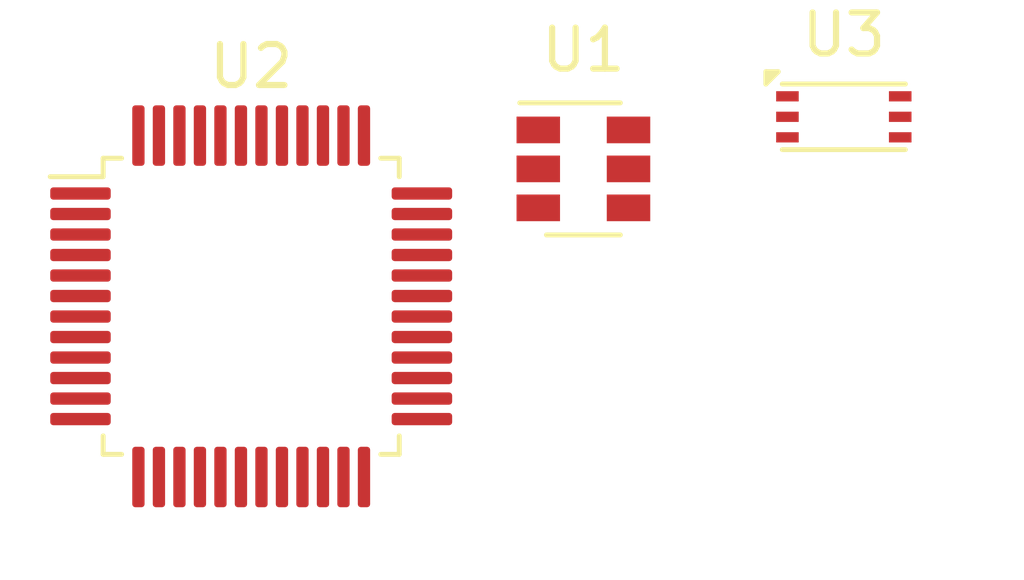
<source format=kicad_pcb>
(kicad_pcb (version 20171130) (host pcbnew "(5.1.7)-1")

  (general
    (thickness 1.6)
    (drawings 0)
    (tracks 0)
    (zones 0)
    (modules 3)
    (nets 59)
  )

  (page A4)
  (layers
    (0 F.Cu signal)
    (31 B.Cu signal)
    (32 B.Adhes user)
    (33 F.Adhes user)
    (34 B.Paste user)
    (35 F.Paste user)
    (36 B.SilkS user)
    (37 F.SilkS user)
    (38 B.Mask user)
    (39 F.Mask user)
    (40 Dwgs.User user)
    (41 Cmts.User user)
    (42 Eco1.User user)
    (43 Eco2.User user)
    (44 Edge.Cuts user)
    (45 Margin user)
    (46 B.CrtYd user)
    (47 F.CrtYd user)
    (48 B.Fab user)
    (49 F.Fab user)
  )

  (setup
    (last_trace_width 0.25)
    (trace_clearance 0.2)
    (zone_clearance 0.508)
    (zone_45_only no)
    (trace_min 0.2)
    (via_size 0.8)
    (via_drill 0.4)
    (via_min_size 0.4)
    (via_min_drill 0.3)
    (uvia_size 0.3)
    (uvia_drill 0.1)
    (uvias_allowed no)
    (uvia_min_size 0.2)
    (uvia_min_drill 0.1)
    (edge_width 0.05)
    (segment_width 0.2)
    (pcb_text_width 0.3)
    (pcb_text_size 1.5 1.5)
    (mod_edge_width 0.12)
    (mod_text_size 1 1)
    (mod_text_width 0.15)
    (pad_size 1.524 1.524)
    (pad_drill 0.762)
    (pad_to_mask_clearance 0)
    (aux_axis_origin 0 0)
    (visible_elements 7FFFFFFF)
    (pcbplotparams
      (layerselection 0x010fc_ffffffff)
      (usegerberextensions false)
      (usegerberattributes true)
      (usegerberadvancedattributes true)
      (creategerberjobfile true)
      (excludeedgelayer true)
      (linewidth 0.100000)
      (plotframeref false)
      (viasonmask false)
      (mode 1)
      (useauxorigin false)
      (hpglpennumber 1)
      (hpglpenspeed 20)
      (hpglpendiameter 15.000000)
      (psnegative false)
      (psa4output false)
      (plotreference true)
      (plotvalue true)
      (plotinvisibletext false)
      (padsonsilk false)
      (subtractmaskfromsilk false)
      (outputformat 1)
      (mirror false)
      (drillshape 1)
      (scaleselection 1)
      (outputdirectory ""))
  )

  (net 0 "")
  (net 1 "Net-(U1-Pad5)")
  (net 2 I2C1_SDA)
  (net 3 "Net-(U1-Pad4)")
  (net 4 "Net-(U1-Pad3)")
  (net 5 "Net-(U1-Pad2)")
  (net 6 I2C1_SCL)
  (net 7 "Net-(U2-Pad48)")
  (net 8 "Net-(U2-Pad47)")
  (net 9 "Net-(U2-Pad46)")
  (net 10 "Net-(U2-Pad45)")
  (net 11 "Net-(U2-Pad44)")
  (net 12 "Net-(U2-Pad43)")
  (net 13 "Net-(U2-Pad42)")
  (net 14 "Net-(U2-Pad41)")
  (net 15 "Net-(U2-Pad40)")
  (net 16 "Net-(U2-Pad39)")
  (net 17 "Net-(U2-Pad38)")
  (net 18 "Net-(U2-Pad37)")
  (net 19 "Net-(U2-Pad36)")
  (net 20 "Net-(U2-Pad35)")
  (net 21 "Net-(U2-Pad34)")
  (net 22 "Net-(U2-Pad33)")
  (net 23 "Net-(U2-Pad32)")
  (net 24 "Net-(U2-Pad31)")
  (net 25 "Net-(U2-Pad30)")
  (net 26 "Net-(U2-Pad29)")
  (net 27 "Net-(U2-Pad28)")
  (net 28 "Net-(U2-Pad27)")
  (net 29 "Net-(U2-Pad26)")
  (net 30 "Net-(U2-Pad25)")
  (net 31 "Net-(U2-Pad24)")
  (net 32 "Net-(U2-Pad23)")
  (net 33 "Net-(U2-Pad22)")
  (net 34 "Net-(U2-Pad21)")
  (net 35 "Net-(U2-Pad20)")
  (net 36 "Net-(U2-Pad19)")
  (net 37 "Net-(U2-Pad18)")
  (net 38 "Net-(U2-Pad17)")
  (net 39 "Net-(U2-Pad16)")
  (net 40 "Net-(U2-Pad15)")
  (net 41 "Net-(U2-Pad14)")
  (net 42 "Net-(U2-Pad13)")
  (net 43 "Net-(U2-Pad12)")
  (net 44 "Net-(U2-Pad11)")
  (net 45 "Net-(U2-Pad10)")
  (net 46 "Net-(U2-Pad9)")
  (net 47 "Net-(U2-Pad8)")
  (net 48 "Net-(U2-Pad7)")
  (net 49 "Net-(U2-Pad6)")
  (net 50 "Net-(U2-Pad5)")
  (net 51 "Net-(U2-Pad4)")
  (net 52 "Net-(U2-Pad3)")
  (net 53 "Net-(U2-Pad2)")
  (net 54 "Net-(U2-Pad1)")
  (net 55 "Net-(U3-Pad5)")
  (net 56 "Net-(U3-Pad3)")
  (net 57 "Net-(U3-Pad2)")
  (net 58 "Net-(U3-Pad1)")

  (net_class Default "This is the default net class."
    (clearance 0.2)
    (trace_width 0.25)
    (via_dia 0.8)
    (via_drill 0.4)
    (uvia_dia 0.3)
    (uvia_drill 0.1)
    (add_net I2C1_SCL)
    (add_net I2C1_SDA)
    (add_net "Net-(U1-Pad2)")
    (add_net "Net-(U1-Pad3)")
    (add_net "Net-(U1-Pad4)")
    (add_net "Net-(U1-Pad5)")
    (add_net "Net-(U2-Pad1)")
    (add_net "Net-(U2-Pad10)")
    (add_net "Net-(U2-Pad11)")
    (add_net "Net-(U2-Pad12)")
    (add_net "Net-(U2-Pad13)")
    (add_net "Net-(U2-Pad14)")
    (add_net "Net-(U2-Pad15)")
    (add_net "Net-(U2-Pad16)")
    (add_net "Net-(U2-Pad17)")
    (add_net "Net-(U2-Pad18)")
    (add_net "Net-(U2-Pad19)")
    (add_net "Net-(U2-Pad2)")
    (add_net "Net-(U2-Pad20)")
    (add_net "Net-(U2-Pad21)")
    (add_net "Net-(U2-Pad22)")
    (add_net "Net-(U2-Pad23)")
    (add_net "Net-(U2-Pad24)")
    (add_net "Net-(U2-Pad25)")
    (add_net "Net-(U2-Pad26)")
    (add_net "Net-(U2-Pad27)")
    (add_net "Net-(U2-Pad28)")
    (add_net "Net-(U2-Pad29)")
    (add_net "Net-(U2-Pad3)")
    (add_net "Net-(U2-Pad30)")
    (add_net "Net-(U2-Pad31)")
    (add_net "Net-(U2-Pad32)")
    (add_net "Net-(U2-Pad33)")
    (add_net "Net-(U2-Pad34)")
    (add_net "Net-(U2-Pad35)")
    (add_net "Net-(U2-Pad36)")
    (add_net "Net-(U2-Pad37)")
    (add_net "Net-(U2-Pad38)")
    (add_net "Net-(U2-Pad39)")
    (add_net "Net-(U2-Pad4)")
    (add_net "Net-(U2-Pad40)")
    (add_net "Net-(U2-Pad41)")
    (add_net "Net-(U2-Pad42)")
    (add_net "Net-(U2-Pad43)")
    (add_net "Net-(U2-Pad44)")
    (add_net "Net-(U2-Pad45)")
    (add_net "Net-(U2-Pad46)")
    (add_net "Net-(U2-Pad47)")
    (add_net "Net-(U2-Pad48)")
    (add_net "Net-(U2-Pad5)")
    (add_net "Net-(U2-Pad6)")
    (add_net "Net-(U2-Pad7)")
    (add_net "Net-(U2-Pad8)")
    (add_net "Net-(U2-Pad9)")
    (add_net "Net-(U3-Pad1)")
    (add_net "Net-(U3-Pad2)")
    (add_net "Net-(U3-Pad3)")
    (add_net "Net-(U3-Pad5)")
  )

  (module OpenFridge_Sensor_Footprints:WSOF-6 (layer F.Cu) (tedit 5FAEAF1F) (tstamp 5FAF0BEA)
    (at 147.32 86.36)
    (path /5F87534E)
    (fp_text reference U3 (at 0 -2) (layer F.SilkS)
      (effects (font (size 1 1) (thickness 0.15)))
    )
    (fp_text value BH1730FVC (at 0 4) (layer F.Fab)
      (effects (font (size 1 1) (thickness 0.15)))
    )
    (fp_line (start 1.5 0.8) (end -1.5 0.8) (layer F.SilkS) (width 0.12))
    (fp_line (start -1.5 -0.8) (end 1.5 -0.8) (layer F.SilkS) (width 0.12))
    (fp_line (start -1.6 -1.1) (end -1.9 -0.8) (layer F.SilkS) (width 0.12))
    (fp_line (start -1.9 -0.8) (end -1.9 -1.1) (layer F.SilkS) (width 0.12))
    (fp_line (start -1.9 -1.1) (end -1.6 -1.1) (layer F.SilkS) (width 0.12))
    (fp_poly (pts (xy -1.9 -0.8) (xy -1.9 -1.1) (xy -1.6 -1.1)) (layer F.SilkS) (width 0.1))
    (pad 6 smd rect (at 1.375 -0.5) (size 0.55 0.25) (layers F.Cu F.Paste F.Mask)
      (net 6 I2C1_SCL))
    (pad 5 smd rect (at 1.375 0) (size 0.55 0.25) (layers F.Cu F.Paste F.Mask)
      (net 55 "Net-(U3-Pad5)"))
    (pad 4 smd rect (at 1.375 0.5) (size 0.55 0.25) (layers F.Cu F.Paste F.Mask)
      (net 2 I2C1_SDA))
    (pad 3 smd rect (at -1.375 0.5) (size 0.55 0.25) (layers F.Cu F.Paste F.Mask)
      (net 56 "Net-(U3-Pad3)"))
    (pad 2 smd rect (at -1.375 0) (size 0.55 0.25) (layers F.Cu F.Paste F.Mask)
      (net 57 "Net-(U3-Pad2)"))
    (pad 1 smd rect (at -1.375 -0.5) (size 0.55 0.25) (layers F.Cu F.Paste F.Mask)
      (net 58 "Net-(U3-Pad1)"))
  )

  (module Package_QFP:LQFP-48_7x7mm_P0.5mm (layer F.Cu) (tedit 5D9F72AF) (tstamp 5FAEAC18)
    (at 132.87 90.98)
    (descr "LQFP, 48 Pin (https://www.analog.com/media/en/technical-documentation/data-sheets/ltc2358-16.pdf), generated with kicad-footprint-generator ipc_gullwing_generator.py")
    (tags "LQFP QFP")
    (path /5FAEAC32)
    (attr smd)
    (fp_text reference U2 (at 0 -5.85) (layer F.SilkS)
      (effects (font (size 1 1) (thickness 0.15)))
    )
    (fp_text value STM32F103C8Tx (at 0 5.85) (layer F.Fab)
      (effects (font (size 1 1) (thickness 0.15)))
    )
    (fp_line (start 5.15 3.15) (end 5.15 0) (layer F.CrtYd) (width 0.05))
    (fp_line (start 3.75 3.15) (end 5.15 3.15) (layer F.CrtYd) (width 0.05))
    (fp_line (start 3.75 3.75) (end 3.75 3.15) (layer F.CrtYd) (width 0.05))
    (fp_line (start 3.15 3.75) (end 3.75 3.75) (layer F.CrtYd) (width 0.05))
    (fp_line (start 3.15 5.15) (end 3.15 3.75) (layer F.CrtYd) (width 0.05))
    (fp_line (start 0 5.15) (end 3.15 5.15) (layer F.CrtYd) (width 0.05))
    (fp_line (start -5.15 3.15) (end -5.15 0) (layer F.CrtYd) (width 0.05))
    (fp_line (start -3.75 3.15) (end -5.15 3.15) (layer F.CrtYd) (width 0.05))
    (fp_line (start -3.75 3.75) (end -3.75 3.15) (layer F.CrtYd) (width 0.05))
    (fp_line (start -3.15 3.75) (end -3.75 3.75) (layer F.CrtYd) (width 0.05))
    (fp_line (start -3.15 5.15) (end -3.15 3.75) (layer F.CrtYd) (width 0.05))
    (fp_line (start 0 5.15) (end -3.15 5.15) (layer F.CrtYd) (width 0.05))
    (fp_line (start 5.15 -3.15) (end 5.15 0) (layer F.CrtYd) (width 0.05))
    (fp_line (start 3.75 -3.15) (end 5.15 -3.15) (layer F.CrtYd) (width 0.05))
    (fp_line (start 3.75 -3.75) (end 3.75 -3.15) (layer F.CrtYd) (width 0.05))
    (fp_line (start 3.15 -3.75) (end 3.75 -3.75) (layer F.CrtYd) (width 0.05))
    (fp_line (start 3.15 -5.15) (end 3.15 -3.75) (layer F.CrtYd) (width 0.05))
    (fp_line (start 0 -5.15) (end 3.15 -5.15) (layer F.CrtYd) (width 0.05))
    (fp_line (start -5.15 -3.15) (end -5.15 0) (layer F.CrtYd) (width 0.05))
    (fp_line (start -3.75 -3.15) (end -5.15 -3.15) (layer F.CrtYd) (width 0.05))
    (fp_line (start -3.75 -3.75) (end -3.75 -3.15) (layer F.CrtYd) (width 0.05))
    (fp_line (start -3.15 -3.75) (end -3.75 -3.75) (layer F.CrtYd) (width 0.05))
    (fp_line (start -3.15 -5.15) (end -3.15 -3.75) (layer F.CrtYd) (width 0.05))
    (fp_line (start 0 -5.15) (end -3.15 -5.15) (layer F.CrtYd) (width 0.05))
    (fp_line (start -3.5 -2.5) (end -2.5 -3.5) (layer F.Fab) (width 0.1))
    (fp_line (start -3.5 3.5) (end -3.5 -2.5) (layer F.Fab) (width 0.1))
    (fp_line (start 3.5 3.5) (end -3.5 3.5) (layer F.Fab) (width 0.1))
    (fp_line (start 3.5 -3.5) (end 3.5 3.5) (layer F.Fab) (width 0.1))
    (fp_line (start -2.5 -3.5) (end 3.5 -3.5) (layer F.Fab) (width 0.1))
    (fp_line (start -3.61 -3.16) (end -4.9 -3.16) (layer F.SilkS) (width 0.12))
    (fp_line (start -3.61 -3.61) (end -3.61 -3.16) (layer F.SilkS) (width 0.12))
    (fp_line (start -3.16 -3.61) (end -3.61 -3.61) (layer F.SilkS) (width 0.12))
    (fp_line (start 3.61 -3.61) (end 3.61 -3.16) (layer F.SilkS) (width 0.12))
    (fp_line (start 3.16 -3.61) (end 3.61 -3.61) (layer F.SilkS) (width 0.12))
    (fp_line (start -3.61 3.61) (end -3.61 3.16) (layer F.SilkS) (width 0.12))
    (fp_line (start -3.16 3.61) (end -3.61 3.61) (layer F.SilkS) (width 0.12))
    (fp_line (start 3.61 3.61) (end 3.61 3.16) (layer F.SilkS) (width 0.12))
    (fp_line (start 3.16 3.61) (end 3.61 3.61) (layer F.SilkS) (width 0.12))
    (fp_text user %R (at 0 0) (layer F.Fab)
      (effects (font (size 1 1) (thickness 0.15)))
    )
    (pad 48 smd roundrect (at -2.75 -4.1625) (size 0.3 1.475) (layers F.Cu F.Paste F.Mask) (roundrect_rratio 0.25)
      (net 7 "Net-(U2-Pad48)"))
    (pad 47 smd roundrect (at -2.25 -4.1625) (size 0.3 1.475) (layers F.Cu F.Paste F.Mask) (roundrect_rratio 0.25)
      (net 8 "Net-(U2-Pad47)"))
    (pad 46 smd roundrect (at -1.75 -4.1625) (size 0.3 1.475) (layers F.Cu F.Paste F.Mask) (roundrect_rratio 0.25)
      (net 9 "Net-(U2-Pad46)"))
    (pad 45 smd roundrect (at -1.25 -4.1625) (size 0.3 1.475) (layers F.Cu F.Paste F.Mask) (roundrect_rratio 0.25)
      (net 10 "Net-(U2-Pad45)"))
    (pad 44 smd roundrect (at -0.75 -4.1625) (size 0.3 1.475) (layers F.Cu F.Paste F.Mask) (roundrect_rratio 0.25)
      (net 11 "Net-(U2-Pad44)"))
    (pad 43 smd roundrect (at -0.25 -4.1625) (size 0.3 1.475) (layers F.Cu F.Paste F.Mask) (roundrect_rratio 0.25)
      (net 12 "Net-(U2-Pad43)"))
    (pad 42 smd roundrect (at 0.25 -4.1625) (size 0.3 1.475) (layers F.Cu F.Paste F.Mask) (roundrect_rratio 0.25)
      (net 13 "Net-(U2-Pad42)"))
    (pad 41 smd roundrect (at 0.75 -4.1625) (size 0.3 1.475) (layers F.Cu F.Paste F.Mask) (roundrect_rratio 0.25)
      (net 14 "Net-(U2-Pad41)"))
    (pad 40 smd roundrect (at 1.25 -4.1625) (size 0.3 1.475) (layers F.Cu F.Paste F.Mask) (roundrect_rratio 0.25)
      (net 15 "Net-(U2-Pad40)"))
    (pad 39 smd roundrect (at 1.75 -4.1625) (size 0.3 1.475) (layers F.Cu F.Paste F.Mask) (roundrect_rratio 0.25)
      (net 16 "Net-(U2-Pad39)"))
    (pad 38 smd roundrect (at 2.25 -4.1625) (size 0.3 1.475) (layers F.Cu F.Paste F.Mask) (roundrect_rratio 0.25)
      (net 17 "Net-(U2-Pad38)"))
    (pad 37 smd roundrect (at 2.75 -4.1625) (size 0.3 1.475) (layers F.Cu F.Paste F.Mask) (roundrect_rratio 0.25)
      (net 18 "Net-(U2-Pad37)"))
    (pad 36 smd roundrect (at 4.1625 -2.75) (size 1.475 0.3) (layers F.Cu F.Paste F.Mask) (roundrect_rratio 0.25)
      (net 19 "Net-(U2-Pad36)"))
    (pad 35 smd roundrect (at 4.1625 -2.25) (size 1.475 0.3) (layers F.Cu F.Paste F.Mask) (roundrect_rratio 0.25)
      (net 20 "Net-(U2-Pad35)"))
    (pad 34 smd roundrect (at 4.1625 -1.75) (size 1.475 0.3) (layers F.Cu F.Paste F.Mask) (roundrect_rratio 0.25)
      (net 21 "Net-(U2-Pad34)"))
    (pad 33 smd roundrect (at 4.1625 -1.25) (size 1.475 0.3) (layers F.Cu F.Paste F.Mask) (roundrect_rratio 0.25)
      (net 22 "Net-(U2-Pad33)"))
    (pad 32 smd roundrect (at 4.1625 -0.75) (size 1.475 0.3) (layers F.Cu F.Paste F.Mask) (roundrect_rratio 0.25)
      (net 23 "Net-(U2-Pad32)"))
    (pad 31 smd roundrect (at 4.1625 -0.25) (size 1.475 0.3) (layers F.Cu F.Paste F.Mask) (roundrect_rratio 0.25)
      (net 24 "Net-(U2-Pad31)"))
    (pad 30 smd roundrect (at 4.1625 0.25) (size 1.475 0.3) (layers F.Cu F.Paste F.Mask) (roundrect_rratio 0.25)
      (net 25 "Net-(U2-Pad30)"))
    (pad 29 smd roundrect (at 4.1625 0.75) (size 1.475 0.3) (layers F.Cu F.Paste F.Mask) (roundrect_rratio 0.25)
      (net 26 "Net-(U2-Pad29)"))
    (pad 28 smd roundrect (at 4.1625 1.25) (size 1.475 0.3) (layers F.Cu F.Paste F.Mask) (roundrect_rratio 0.25)
      (net 27 "Net-(U2-Pad28)"))
    (pad 27 smd roundrect (at 4.1625 1.75) (size 1.475 0.3) (layers F.Cu F.Paste F.Mask) (roundrect_rratio 0.25)
      (net 28 "Net-(U2-Pad27)"))
    (pad 26 smd roundrect (at 4.1625 2.25) (size 1.475 0.3) (layers F.Cu F.Paste F.Mask) (roundrect_rratio 0.25)
      (net 29 "Net-(U2-Pad26)"))
    (pad 25 smd roundrect (at 4.1625 2.75) (size 1.475 0.3) (layers F.Cu F.Paste F.Mask) (roundrect_rratio 0.25)
      (net 30 "Net-(U2-Pad25)"))
    (pad 24 smd roundrect (at 2.75 4.1625) (size 0.3 1.475) (layers F.Cu F.Paste F.Mask) (roundrect_rratio 0.25)
      (net 31 "Net-(U2-Pad24)"))
    (pad 23 smd roundrect (at 2.25 4.1625) (size 0.3 1.475) (layers F.Cu F.Paste F.Mask) (roundrect_rratio 0.25)
      (net 32 "Net-(U2-Pad23)"))
    (pad 22 smd roundrect (at 1.75 4.1625) (size 0.3 1.475) (layers F.Cu F.Paste F.Mask) (roundrect_rratio 0.25)
      (net 33 "Net-(U2-Pad22)"))
    (pad 21 smd roundrect (at 1.25 4.1625) (size 0.3 1.475) (layers F.Cu F.Paste F.Mask) (roundrect_rratio 0.25)
      (net 34 "Net-(U2-Pad21)"))
    (pad 20 smd roundrect (at 0.75 4.1625) (size 0.3 1.475) (layers F.Cu F.Paste F.Mask) (roundrect_rratio 0.25)
      (net 35 "Net-(U2-Pad20)"))
    (pad 19 smd roundrect (at 0.25 4.1625) (size 0.3 1.475) (layers F.Cu F.Paste F.Mask) (roundrect_rratio 0.25)
      (net 36 "Net-(U2-Pad19)"))
    (pad 18 smd roundrect (at -0.25 4.1625) (size 0.3 1.475) (layers F.Cu F.Paste F.Mask) (roundrect_rratio 0.25)
      (net 37 "Net-(U2-Pad18)"))
    (pad 17 smd roundrect (at -0.75 4.1625) (size 0.3 1.475) (layers F.Cu F.Paste F.Mask) (roundrect_rratio 0.25)
      (net 38 "Net-(U2-Pad17)"))
    (pad 16 smd roundrect (at -1.25 4.1625) (size 0.3 1.475) (layers F.Cu F.Paste F.Mask) (roundrect_rratio 0.25)
      (net 39 "Net-(U2-Pad16)"))
    (pad 15 smd roundrect (at -1.75 4.1625) (size 0.3 1.475) (layers F.Cu F.Paste F.Mask) (roundrect_rratio 0.25)
      (net 40 "Net-(U2-Pad15)"))
    (pad 14 smd roundrect (at -2.25 4.1625) (size 0.3 1.475) (layers F.Cu F.Paste F.Mask) (roundrect_rratio 0.25)
      (net 41 "Net-(U2-Pad14)"))
    (pad 13 smd roundrect (at -2.75 4.1625) (size 0.3 1.475) (layers F.Cu F.Paste F.Mask) (roundrect_rratio 0.25)
      (net 42 "Net-(U2-Pad13)"))
    (pad 12 smd roundrect (at -4.1625 2.75) (size 1.475 0.3) (layers F.Cu F.Paste F.Mask) (roundrect_rratio 0.25)
      (net 43 "Net-(U2-Pad12)"))
    (pad 11 smd roundrect (at -4.1625 2.25) (size 1.475 0.3) (layers F.Cu F.Paste F.Mask) (roundrect_rratio 0.25)
      (net 44 "Net-(U2-Pad11)"))
    (pad 10 smd roundrect (at -4.1625 1.75) (size 1.475 0.3) (layers F.Cu F.Paste F.Mask) (roundrect_rratio 0.25)
      (net 45 "Net-(U2-Pad10)"))
    (pad 9 smd roundrect (at -4.1625 1.25) (size 1.475 0.3) (layers F.Cu F.Paste F.Mask) (roundrect_rratio 0.25)
      (net 46 "Net-(U2-Pad9)"))
    (pad 8 smd roundrect (at -4.1625 0.75) (size 1.475 0.3) (layers F.Cu F.Paste F.Mask) (roundrect_rratio 0.25)
      (net 47 "Net-(U2-Pad8)"))
    (pad 7 smd roundrect (at -4.1625 0.25) (size 1.475 0.3) (layers F.Cu F.Paste F.Mask) (roundrect_rratio 0.25)
      (net 48 "Net-(U2-Pad7)"))
    (pad 6 smd roundrect (at -4.1625 -0.25) (size 1.475 0.3) (layers F.Cu F.Paste F.Mask) (roundrect_rratio 0.25)
      (net 49 "Net-(U2-Pad6)"))
    (pad 5 smd roundrect (at -4.1625 -0.75) (size 1.475 0.3) (layers F.Cu F.Paste F.Mask) (roundrect_rratio 0.25)
      (net 50 "Net-(U2-Pad5)"))
    (pad 4 smd roundrect (at -4.1625 -1.25) (size 1.475 0.3) (layers F.Cu F.Paste F.Mask) (roundrect_rratio 0.25)
      (net 51 "Net-(U2-Pad4)"))
    (pad 3 smd roundrect (at -4.1625 -1.75) (size 1.475 0.3) (layers F.Cu F.Paste F.Mask) (roundrect_rratio 0.25)
      (net 52 "Net-(U2-Pad3)"))
    (pad 2 smd roundrect (at -4.1625 -2.25) (size 1.475 0.3) (layers F.Cu F.Paste F.Mask) (roundrect_rratio 0.25)
      (net 53 "Net-(U2-Pad2)"))
    (pad 1 smd roundrect (at -4.1625 -2.75) (size 1.475 0.3) (layers F.Cu F.Paste F.Mask) (roundrect_rratio 0.25)
      (net 54 "Net-(U2-Pad1)"))
    (model ${KISYS3DMOD}/Package_QFP.3dshapes/LQFP-48_7x7mm_P0.5mm.wrl
      (at (xyz 0 0 0))
      (scale (xyz 1 1 1))
      (rotate (xyz 0 0 0))
    )
  )

  (module Package_TO_SOT_SMD:SOT-23-6 (layer F.Cu) (tedit 5A02FF57) (tstamp 5FAEABBD)
    (at 140.97 87.63)
    (descr "6-pin SOT-23 package")
    (tags SOT-23-6)
    (path /5F86EB21)
    (attr smd)
    (fp_text reference U1 (at 0 -2.9) (layer F.SilkS)
      (effects (font (size 1 1) (thickness 0.15)))
    )
    (fp_text value TMP101 (at 0 2.9) (layer F.Fab)
      (effects (font (size 1 1) (thickness 0.15)))
    )
    (fp_line (start 0.9 -1.55) (end 0.9 1.55) (layer F.Fab) (width 0.1))
    (fp_line (start 0.9 1.55) (end -0.9 1.55) (layer F.Fab) (width 0.1))
    (fp_line (start -0.9 -0.9) (end -0.9 1.55) (layer F.Fab) (width 0.1))
    (fp_line (start 0.9 -1.55) (end -0.25 -1.55) (layer F.Fab) (width 0.1))
    (fp_line (start -0.9 -0.9) (end -0.25 -1.55) (layer F.Fab) (width 0.1))
    (fp_line (start -1.9 -1.8) (end -1.9 1.8) (layer F.CrtYd) (width 0.05))
    (fp_line (start -1.9 1.8) (end 1.9 1.8) (layer F.CrtYd) (width 0.05))
    (fp_line (start 1.9 1.8) (end 1.9 -1.8) (layer F.CrtYd) (width 0.05))
    (fp_line (start 1.9 -1.8) (end -1.9 -1.8) (layer F.CrtYd) (width 0.05))
    (fp_line (start 0.9 -1.61) (end -1.55 -1.61) (layer F.SilkS) (width 0.12))
    (fp_line (start -0.9 1.61) (end 0.9 1.61) (layer F.SilkS) (width 0.12))
    (fp_text user %R (at 0 0 90) (layer F.Fab)
      (effects (font (size 0.5 0.5) (thickness 0.075)))
    )
    (pad 5 smd rect (at 1.1 0) (size 1.06 0.65) (layers F.Cu F.Paste F.Mask)
      (net 1 "Net-(U1-Pad5)"))
    (pad 6 smd rect (at 1.1 -0.95) (size 1.06 0.65) (layers F.Cu F.Paste F.Mask)
      (net 2 I2C1_SDA))
    (pad 4 smd rect (at 1.1 0.95) (size 1.06 0.65) (layers F.Cu F.Paste F.Mask)
      (net 3 "Net-(U1-Pad4)"))
    (pad 3 smd rect (at -1.1 0.95) (size 1.06 0.65) (layers F.Cu F.Paste F.Mask)
      (net 4 "Net-(U1-Pad3)"))
    (pad 2 smd rect (at -1.1 0) (size 1.06 0.65) (layers F.Cu F.Paste F.Mask)
      (net 5 "Net-(U1-Pad2)"))
    (pad 1 smd rect (at -1.1 -0.95) (size 1.06 0.65) (layers F.Cu F.Paste F.Mask)
      (net 6 I2C1_SCL))
    (model ${KISYS3DMOD}/Package_TO_SOT_SMD.3dshapes/SOT-23-6.wrl
      (at (xyz 0 0 0))
      (scale (xyz 1 1 1))
      (rotate (xyz 0 0 0))
    )
  )

)

</source>
